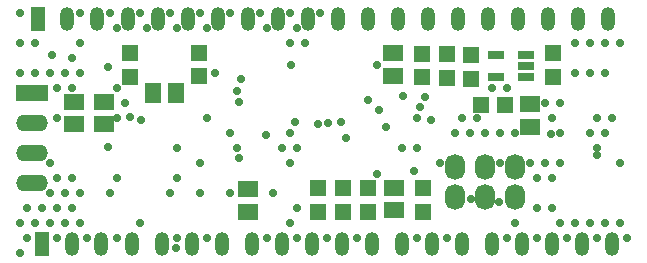
<source format=gbs>
G04*
G04 #@! TF.GenerationSoftware,Altium Limited,Altium Designer,20.0.13 (296)*
G04*
G04 Layer_Color=16711935*
%FSLAX25Y25*%
%MOIN*%
G70*
G01*
G75*
%ADD39O,0.04800X0.08000*%
%ADD40R,0.04800X0.08000*%
%ADD41O,0.06706X0.08674*%
%ADD42O,0.10642X0.05524*%
%ADD43R,0.10642X0.05524*%
%ADD59R,0.06506X0.05718*%
%ADD60R,0.05600X0.05600*%
%ADD61R,0.05718X0.06506*%
%ADD62R,0.05403X0.03041*%
%ADD63R,0.05600X0.05600*%
%ADD64C,0.02769*%
%ADD65C,0.02800*%
D39*
X201000Y83000D02*
D03*
X191000D02*
D03*
X181000D02*
D03*
X171000D02*
D03*
X161000D02*
D03*
X151000D02*
D03*
X141000D02*
D03*
X131000D02*
D03*
X121000D02*
D03*
X111000D02*
D03*
X101000D02*
D03*
X81000D02*
D03*
X91000D02*
D03*
X71000D02*
D03*
X61000D02*
D03*
X51000D02*
D03*
X41000D02*
D03*
X30685D02*
D03*
X20843D02*
D03*
X22343Y8000D02*
D03*
X32185D02*
D03*
X42500D02*
D03*
X52500D02*
D03*
X62500D02*
D03*
X72500D02*
D03*
X92500D02*
D03*
X82500D02*
D03*
X102500D02*
D03*
X112500D02*
D03*
X122500D02*
D03*
X132500D02*
D03*
X142500D02*
D03*
X152500D02*
D03*
X162500D02*
D03*
X172500D02*
D03*
X182500D02*
D03*
X192500D02*
D03*
X202500D02*
D03*
D40*
X11000Y83000D02*
D03*
X12500Y8000D02*
D03*
D41*
X160138Y33465D02*
D03*
X170138D02*
D03*
Y23465D02*
D03*
X160138D02*
D03*
X150138Y33465D02*
D03*
Y23465D02*
D03*
D42*
X9055Y28130D02*
D03*
Y38130D02*
D03*
Y48130D02*
D03*
D43*
Y58130D02*
D03*
D59*
X23229Y55315D02*
D03*
X23229Y47835D02*
D03*
X32973Y55315D02*
D03*
X32973Y47835D02*
D03*
X81000Y18560D02*
D03*
X81000Y26040D02*
D03*
X129429Y63997D02*
D03*
X129429Y71478D02*
D03*
X175000Y54440D02*
D03*
X175000Y46960D02*
D03*
X129844Y19056D02*
D03*
X129844Y26537D02*
D03*
D60*
X41732Y71358D02*
D03*
Y63484D02*
D03*
X64665Y71555D02*
D03*
Y63681D02*
D03*
X139272Y63386D02*
D03*
Y71260D02*
D03*
X147343Y63288D02*
D03*
Y71162D02*
D03*
X155600Y62963D02*
D03*
Y70837D02*
D03*
X182776Y63583D02*
D03*
Y71457D02*
D03*
X104600Y26500D02*
D03*
Y18626D02*
D03*
X112900Y26500D02*
D03*
Y18626D02*
D03*
X139400Y26537D02*
D03*
Y18663D02*
D03*
X121200Y26500D02*
D03*
Y18626D02*
D03*
D61*
X56989Y58070D02*
D03*
X49508Y58071D02*
D03*
D62*
X163642Y70975D02*
D03*
X173957Y63494D02*
D03*
Y70975D02*
D03*
Y67235D02*
D03*
X163642Y63475D02*
D03*
D63*
X166637Y54100D02*
D03*
X158763D02*
D03*
D64*
X136600Y32100D02*
D03*
X113681Y43110D02*
D03*
X78100Y55200D02*
D03*
X77500Y58800D02*
D03*
X78900Y62900D02*
D03*
X107868Y48026D02*
D03*
X95516Y67500D02*
D03*
X34500Y67000D02*
D03*
X96900Y48400D02*
D03*
X45600Y49100D02*
D03*
X34300Y40100D02*
D03*
X41700Y50200D02*
D03*
X197587Y37403D02*
D03*
X182000Y44500D02*
D03*
X155500Y22700D02*
D03*
X164800Y22000D02*
D03*
X57100Y6600D02*
D03*
X15700Y71000D02*
D03*
X124000Y67600D02*
D03*
X87000Y44100D02*
D03*
X89300Y25000D02*
D03*
X78248Y36417D02*
D03*
X140200Y57000D02*
D03*
X124000Y31200D02*
D03*
X138484Y53642D02*
D03*
X132703Y57210D02*
D03*
X112000Y48400D02*
D03*
X124902Y52658D02*
D03*
X127264Y46850D02*
D03*
X142028Y49016D02*
D03*
X121023Y55807D02*
D03*
X104626Y47736D02*
D03*
D65*
X205000Y75000D02*
D03*
Y35000D02*
D03*
Y15000D02*
D03*
X207500Y10000D02*
D03*
X200000Y75000D02*
D03*
Y65000D02*
D03*
X202500Y50000D02*
D03*
X200000Y45000D02*
D03*
Y15000D02*
D03*
X195000Y75000D02*
D03*
Y65000D02*
D03*
X197500Y50000D02*
D03*
X195000Y45000D02*
D03*
X197500Y40000D02*
D03*
X195000Y15000D02*
D03*
X197500Y10000D02*
D03*
X190000Y75000D02*
D03*
Y65000D02*
D03*
Y15000D02*
D03*
X185000Y55000D02*
D03*
Y45000D02*
D03*
Y35000D02*
D03*
Y15000D02*
D03*
X187500Y10000D02*
D03*
X180000Y55000D02*
D03*
X182500Y50000D02*
D03*
X180000Y35000D02*
D03*
X182500Y30000D02*
D03*
Y20000D02*
D03*
X175000Y35000D02*
D03*
X177500Y30000D02*
D03*
Y20000D02*
D03*
Y10000D02*
D03*
X170000Y45000D02*
D03*
Y15000D02*
D03*
X167500Y60000D02*
D03*
X165000Y45000D02*
D03*
Y35000D02*
D03*
X167500Y10000D02*
D03*
X162500Y60000D02*
D03*
X160000Y45000D02*
D03*
X157500Y50000D02*
D03*
X155000Y45000D02*
D03*
X152500Y50000D02*
D03*
X150000Y45000D02*
D03*
X145000Y35000D02*
D03*
X147500Y10000D02*
D03*
X137500Y50000D02*
D03*
Y40000D02*
D03*
Y10000D02*
D03*
X132500Y40000D02*
D03*
X117500Y10000D02*
D03*
X105000Y85000D02*
D03*
X107500Y10000D02*
D03*
X100000Y75000D02*
D03*
X95000Y85000D02*
D03*
X97500Y80000D02*
D03*
X95000Y75000D02*
D03*
Y45000D02*
D03*
X97500Y40000D02*
D03*
X95000Y35000D02*
D03*
X97500Y20000D02*
D03*
X95000Y15000D02*
D03*
X97500Y10000D02*
D03*
X92500Y40000D02*
D03*
X85000Y85000D02*
D03*
X87500Y80000D02*
D03*
Y10000D02*
D03*
X75000Y85000D02*
D03*
Y45000D02*
D03*
X77500Y40000D02*
D03*
X75000Y25000D02*
D03*
X70000Y65000D02*
D03*
X65000Y85000D02*
D03*
X67500Y80000D02*
D03*
Y50000D02*
D03*
X65000Y35000D02*
D03*
Y25000D02*
D03*
X67500Y10000D02*
D03*
X55000Y85000D02*
D03*
X57500Y80000D02*
D03*
Y40000D02*
D03*
Y30000D02*
D03*
X55000Y25000D02*
D03*
X57500Y10000D02*
D03*
X45000Y85000D02*
D03*
X47500Y80000D02*
D03*
X45000Y15000D02*
D03*
X40000Y55000D02*
D03*
X35000Y85000D02*
D03*
X37500Y80000D02*
D03*
Y60000D02*
D03*
Y50000D02*
D03*
Y30000D02*
D03*
X35000Y25000D02*
D03*
X37500Y10000D02*
D03*
X25000Y85000D02*
D03*
Y75000D02*
D03*
Y65000D02*
D03*
Y25000D02*
D03*
Y15000D02*
D03*
X27500Y10000D02*
D03*
X22500Y70000D02*
D03*
X20000Y65000D02*
D03*
X22500Y60000D02*
D03*
Y30000D02*
D03*
X20000Y25000D02*
D03*
X22500Y20000D02*
D03*
X20000Y15000D02*
D03*
X15000Y65000D02*
D03*
X17500Y60000D02*
D03*
Y50000D02*
D03*
X15000Y35000D02*
D03*
X17500Y30000D02*
D03*
X15000Y25000D02*
D03*
X17500Y20000D02*
D03*
X15000Y15000D02*
D03*
X17500Y10000D02*
D03*
X10000Y75000D02*
D03*
Y65000D02*
D03*
X12500Y20000D02*
D03*
X10000Y15000D02*
D03*
X5000Y85000D02*
D03*
Y75000D02*
D03*
Y65000D02*
D03*
X7500Y20000D02*
D03*
X5000Y15000D02*
D03*
X7500Y10000D02*
D03*
X5000Y5000D02*
D03*
M02*

</source>
